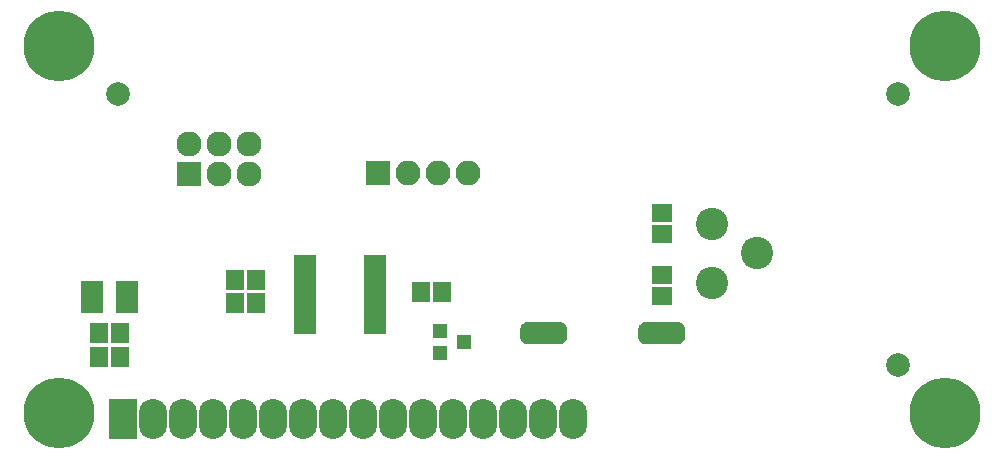
<source format=gbr>
G04 #@! TF.GenerationSoftware,KiCad,Pcbnew,5.0.0-rc2-dev-unknown-0f0d9af~63~ubuntu16.04.1*
G04 #@! TF.CreationDate,2018-05-08T16:55:26+02:00*
G04 #@! TF.ProjectId,display,646973706C61792E6B696361645F7063,rev?*
G04 #@! TF.SameCoordinates,Original*
G04 #@! TF.FileFunction,Soldermask,Top*
G04 #@! TF.FilePolarity,Negative*
%FSLAX46Y46*%
G04 Gerber Fmt 4.6, Leading zero omitted, Abs format (unit mm)*
G04 Created by KiCad (PCBNEW 5.0.0-rc2-dev-unknown-0f0d9af~63~ubuntu16.04.1) date Tue May  8 16:55:26 2018*
%MOMM*%
%LPD*%
G01*
G04 APERTURE LIST*
%ADD10R,2.400000X3.400000*%
%ADD11O,2.400000X3.400000*%
%ADD12R,1.850000X0.850000*%
%ADD13R,1.520000X1.800000*%
%ADD14R,1.860000X2.800000*%
%ADD15R,2.127200X2.127200*%
%ADD16O,2.127200X2.127200*%
%ADD17R,2.100000X2.100000*%
%ADD18O,2.100000X2.100000*%
%ADD19R,0.900000X1.900000*%
%ADD20C,0.100000*%
%ADD21C,1.400000*%
%ADD22R,1.400000X1.900000*%
%ADD23C,6.000000*%
%ADD24R,1.300000X1.200000*%
%ADD25C,2.740000*%
%ADD26R,1.800000X1.520000*%
%ADD27C,2.000000*%
G04 APERTURE END LIST*
D10*
X90400000Y-95500000D03*
D11*
X92940000Y-95500000D03*
X95480000Y-95500000D03*
X98020000Y-95500000D03*
X100560000Y-95500000D03*
X103100000Y-95500000D03*
X105640000Y-95500000D03*
X108180000Y-95500000D03*
X110720000Y-95500000D03*
X113260000Y-95500000D03*
X115800000Y-95500000D03*
X118340000Y-95500000D03*
X120880000Y-95500000D03*
X123420000Y-95500000D03*
X125960000Y-95500000D03*
X128500000Y-95500000D03*
D12*
X105800000Y-82075000D03*
X105800000Y-82725000D03*
X105800000Y-83375000D03*
X105800000Y-84025000D03*
X105800000Y-84675000D03*
X105800000Y-85325000D03*
X105800000Y-85975000D03*
X105800000Y-86625000D03*
X105800000Y-87275000D03*
X105800000Y-87925000D03*
X111700000Y-87925000D03*
X111700000Y-87275000D03*
X111700000Y-86625000D03*
X111700000Y-85975000D03*
X111700000Y-85325000D03*
X111700000Y-84675000D03*
X111700000Y-84025000D03*
X111700000Y-83375000D03*
X111700000Y-82725000D03*
X111700000Y-82075000D03*
D13*
X99870000Y-85750000D03*
X101630000Y-85750000D03*
X90130000Y-90250000D03*
X88370000Y-90250000D03*
X88370000Y-88250000D03*
X90130000Y-88250000D03*
X115620000Y-84750000D03*
X117380000Y-84750000D03*
D14*
X90730000Y-85250000D03*
X87770000Y-85250000D03*
D15*
X95960000Y-74790000D03*
D16*
X95960000Y-72250000D03*
X98500000Y-74790000D03*
X98500000Y-72250000D03*
X101040000Y-74790000D03*
X101040000Y-72250000D03*
D17*
X112000000Y-74750000D03*
D18*
X114540000Y-74750000D03*
X117080000Y-74750000D03*
X119620000Y-74750000D03*
D19*
X135000000Y-88250000D03*
D20*
G36*
X134768613Y-87303371D02*
X134836564Y-87313450D01*
X134903200Y-87330142D01*
X134967879Y-87353284D01*
X135029979Y-87382655D01*
X135088900Y-87417971D01*
X135144076Y-87458893D01*
X135194976Y-87505025D01*
X135241108Y-87555925D01*
X135282030Y-87611101D01*
X135317346Y-87670022D01*
X135346717Y-87732122D01*
X135369859Y-87796801D01*
X135386551Y-87863437D01*
X135396630Y-87931388D01*
X135400001Y-88000000D01*
X135400001Y-88500000D01*
X135396630Y-88568612D01*
X135386551Y-88636563D01*
X135369859Y-88703199D01*
X135346717Y-88767878D01*
X135317346Y-88829978D01*
X135282030Y-88888899D01*
X135241108Y-88944075D01*
X135194976Y-88994975D01*
X135144076Y-89041107D01*
X135088900Y-89082029D01*
X135029979Y-89117345D01*
X134967879Y-89146716D01*
X134903200Y-89169858D01*
X134836564Y-89186550D01*
X134768613Y-89196629D01*
X134700001Y-89200000D01*
X134699999Y-89200000D01*
X134631387Y-89196629D01*
X134563436Y-89186550D01*
X134496800Y-89169858D01*
X134432121Y-89146716D01*
X134370021Y-89117345D01*
X134311100Y-89082029D01*
X134255924Y-89041107D01*
X134205024Y-88994975D01*
X134158892Y-88944075D01*
X134117970Y-88888899D01*
X134082654Y-88829978D01*
X134053283Y-88767878D01*
X134030141Y-88703199D01*
X134013449Y-88636563D01*
X134003370Y-88568612D01*
X133999999Y-88500000D01*
X133999999Y-88000000D01*
X134003370Y-87931388D01*
X134013449Y-87863437D01*
X134030141Y-87796801D01*
X134053283Y-87732122D01*
X134082654Y-87670022D01*
X134117970Y-87611101D01*
X134158892Y-87555925D01*
X134205024Y-87505025D01*
X134255924Y-87458893D01*
X134311100Y-87417971D01*
X134370021Y-87382655D01*
X134432121Y-87353284D01*
X134496800Y-87330142D01*
X134563436Y-87313450D01*
X134631387Y-87303371D01*
X134699999Y-87300000D01*
X134700001Y-87300000D01*
X134768613Y-87303371D01*
X134768613Y-87303371D01*
G37*
D21*
X134700000Y-88250000D03*
D22*
X136000000Y-88250000D03*
D19*
X137000000Y-88250000D03*
D20*
G36*
X137368613Y-87303371D02*
X137436564Y-87313450D01*
X137503200Y-87330142D01*
X137567879Y-87353284D01*
X137629979Y-87382655D01*
X137688900Y-87417971D01*
X137744076Y-87458893D01*
X137794976Y-87505025D01*
X137841108Y-87555925D01*
X137882030Y-87611101D01*
X137917346Y-87670022D01*
X137946717Y-87732122D01*
X137969859Y-87796801D01*
X137986551Y-87863437D01*
X137996630Y-87931388D01*
X138000001Y-88000000D01*
X138000001Y-88500000D01*
X137996630Y-88568612D01*
X137986551Y-88636563D01*
X137969859Y-88703199D01*
X137946717Y-88767878D01*
X137917346Y-88829978D01*
X137882030Y-88888899D01*
X137841108Y-88944075D01*
X137794976Y-88994975D01*
X137744076Y-89041107D01*
X137688900Y-89082029D01*
X137629979Y-89117345D01*
X137567879Y-89146716D01*
X137503200Y-89169858D01*
X137436564Y-89186550D01*
X137368613Y-89196629D01*
X137300001Y-89200000D01*
X137299999Y-89200000D01*
X137231387Y-89196629D01*
X137163436Y-89186550D01*
X137096800Y-89169858D01*
X137032121Y-89146716D01*
X136970021Y-89117345D01*
X136911100Y-89082029D01*
X136855924Y-89041107D01*
X136805024Y-88994975D01*
X136758892Y-88944075D01*
X136717970Y-88888899D01*
X136682654Y-88829978D01*
X136653283Y-88767878D01*
X136630141Y-88703199D01*
X136613449Y-88636563D01*
X136603370Y-88568612D01*
X136599999Y-88500000D01*
X136599999Y-88000000D01*
X136603370Y-87931388D01*
X136613449Y-87863437D01*
X136630141Y-87796801D01*
X136653283Y-87732122D01*
X136682654Y-87670022D01*
X136717970Y-87611101D01*
X136758892Y-87555925D01*
X136805024Y-87505025D01*
X136855924Y-87458893D01*
X136911100Y-87417971D01*
X136970021Y-87382655D01*
X137032121Y-87353284D01*
X137096800Y-87330142D01*
X137163436Y-87313450D01*
X137231387Y-87303371D01*
X137299999Y-87300000D01*
X137300001Y-87300000D01*
X137368613Y-87303371D01*
X137368613Y-87303371D01*
G37*
D21*
X137300000Y-88250000D03*
D20*
G36*
X124768613Y-87303371D02*
X124836564Y-87313450D01*
X124903200Y-87330142D01*
X124967879Y-87353284D01*
X125029979Y-87382655D01*
X125088900Y-87417971D01*
X125144076Y-87458893D01*
X125194976Y-87505025D01*
X125241108Y-87555925D01*
X125282030Y-87611101D01*
X125317346Y-87670022D01*
X125346717Y-87732122D01*
X125369859Y-87796801D01*
X125386551Y-87863437D01*
X125396630Y-87931388D01*
X125400001Y-88000000D01*
X125400001Y-88500000D01*
X125396630Y-88568612D01*
X125386551Y-88636563D01*
X125369859Y-88703199D01*
X125346717Y-88767878D01*
X125317346Y-88829978D01*
X125282030Y-88888899D01*
X125241108Y-88944075D01*
X125194976Y-88994975D01*
X125144076Y-89041107D01*
X125088900Y-89082029D01*
X125029979Y-89117345D01*
X124967879Y-89146716D01*
X124903200Y-89169858D01*
X124836564Y-89186550D01*
X124768613Y-89196629D01*
X124700001Y-89200000D01*
X124699999Y-89200000D01*
X124631387Y-89196629D01*
X124563436Y-89186550D01*
X124496800Y-89169858D01*
X124432121Y-89146716D01*
X124370021Y-89117345D01*
X124311100Y-89082029D01*
X124255924Y-89041107D01*
X124205024Y-88994975D01*
X124158892Y-88944075D01*
X124117970Y-88888899D01*
X124082654Y-88829978D01*
X124053283Y-88767878D01*
X124030141Y-88703199D01*
X124013449Y-88636563D01*
X124003370Y-88568612D01*
X123999999Y-88500000D01*
X123999999Y-88000000D01*
X124003370Y-87931388D01*
X124013449Y-87863437D01*
X124030141Y-87796801D01*
X124053283Y-87732122D01*
X124082654Y-87670022D01*
X124117970Y-87611101D01*
X124158892Y-87555925D01*
X124205024Y-87505025D01*
X124255924Y-87458893D01*
X124311100Y-87417971D01*
X124370021Y-87382655D01*
X124432121Y-87353284D01*
X124496800Y-87330142D01*
X124563436Y-87313450D01*
X124631387Y-87303371D01*
X124699999Y-87300000D01*
X124700001Y-87300000D01*
X124768613Y-87303371D01*
X124768613Y-87303371D01*
G37*
D21*
X124700000Y-88250000D03*
D19*
X125000000Y-88250000D03*
D22*
X126000000Y-88250000D03*
D20*
G36*
X127368613Y-87303371D02*
X127436564Y-87313450D01*
X127503200Y-87330142D01*
X127567879Y-87353284D01*
X127629979Y-87382655D01*
X127688900Y-87417971D01*
X127744076Y-87458893D01*
X127794976Y-87505025D01*
X127841108Y-87555925D01*
X127882030Y-87611101D01*
X127917346Y-87670022D01*
X127946717Y-87732122D01*
X127969859Y-87796801D01*
X127986551Y-87863437D01*
X127996630Y-87931388D01*
X128000001Y-88000000D01*
X128000001Y-88500000D01*
X127996630Y-88568612D01*
X127986551Y-88636563D01*
X127969859Y-88703199D01*
X127946717Y-88767878D01*
X127917346Y-88829978D01*
X127882030Y-88888899D01*
X127841108Y-88944075D01*
X127794976Y-88994975D01*
X127744076Y-89041107D01*
X127688900Y-89082029D01*
X127629979Y-89117345D01*
X127567879Y-89146716D01*
X127503200Y-89169858D01*
X127436564Y-89186550D01*
X127368613Y-89196629D01*
X127300001Y-89200000D01*
X127299999Y-89200000D01*
X127231387Y-89196629D01*
X127163436Y-89186550D01*
X127096800Y-89169858D01*
X127032121Y-89146716D01*
X126970021Y-89117345D01*
X126911100Y-89082029D01*
X126855924Y-89041107D01*
X126805024Y-88994975D01*
X126758892Y-88944075D01*
X126717970Y-88888899D01*
X126682654Y-88829978D01*
X126653283Y-88767878D01*
X126630141Y-88703199D01*
X126613449Y-88636563D01*
X126603370Y-88568612D01*
X126599999Y-88500000D01*
X126599999Y-88000000D01*
X126603370Y-87931388D01*
X126613449Y-87863437D01*
X126630141Y-87796801D01*
X126653283Y-87732122D01*
X126682654Y-87670022D01*
X126717970Y-87611101D01*
X126758892Y-87555925D01*
X126805024Y-87505025D01*
X126855924Y-87458893D01*
X126911100Y-87417971D01*
X126970021Y-87382655D01*
X127032121Y-87353284D01*
X127096800Y-87330142D01*
X127163436Y-87313450D01*
X127231387Y-87303371D01*
X127299999Y-87300000D01*
X127300001Y-87300000D01*
X127368613Y-87303371D01*
X127368613Y-87303371D01*
G37*
D21*
X127300000Y-88250000D03*
D19*
X127000000Y-88250000D03*
D23*
X85000000Y-64000000D03*
X160000000Y-64000000D03*
X160000000Y-95000000D03*
X85000000Y-95000000D03*
D24*
X117250000Y-88050000D03*
X117250000Y-89950000D03*
X119250000Y-89000000D03*
D25*
X140250000Y-84000000D03*
X144050000Y-81500000D03*
X140250000Y-79000000D03*
D26*
X136000000Y-83370000D03*
X136000000Y-85130000D03*
D13*
X101630000Y-83750000D03*
X99870000Y-83750000D03*
D26*
X136000000Y-78120000D03*
X136000000Y-79880000D03*
D27*
X156000000Y-68000000D03*
X156000000Y-91000000D03*
X90000000Y-68000000D03*
M02*

</source>
